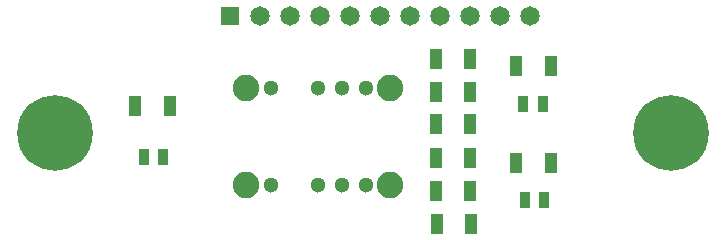
<source format=gbr>
G04 #@! TF.GenerationSoftware,KiCad,Pcbnew,(5.1.10)-1*
G04 #@! TF.CreationDate,2021-10-20T16:58:38-04:00*
G04 #@! TF.ProjectId,buttons,62757474-6f6e-4732-9e6b-696361645f70,rev?*
G04 #@! TF.SameCoordinates,Original*
G04 #@! TF.FileFunction,Soldermask,Bot*
G04 #@! TF.FilePolarity,Negative*
%FSLAX46Y46*%
G04 Gerber Fmt 4.6, Leading zero omitted, Abs format (unit mm)*
G04 Created by KiCad (PCBNEW (5.1.10)-1) date 2021-10-20 16:58:38*
%MOMM*%
%LPD*%
G01*
G04 APERTURE LIST*
%ADD10C,2.250000*%
%ADD11C,1.300000*%
%ADD12R,1.100000X1.700000*%
%ADD13C,1.650000*%
%ADD14R,1.650000X1.650000*%
%ADD15C,6.400000*%
%ADD16R,0.910000X1.390000*%
G04 APERTURE END LIST*
D10*
X123448000Y-64897000D03*
X111248000Y-64897000D03*
D11*
X121348000Y-64897000D03*
X119348000Y-64897000D03*
X117348000Y-64897000D03*
X113348000Y-64897000D03*
D10*
X123448000Y-73088500D03*
X111248000Y-73088500D03*
D11*
X121348000Y-73088500D03*
X119348000Y-73088500D03*
X117348000Y-73088500D03*
X113348000Y-73088500D03*
D12*
X134122500Y-62992000D03*
X137022500Y-62992000D03*
X134122500Y-71183500D03*
X137022500Y-71183500D03*
X101864500Y-66357500D03*
X104764500Y-66357500D03*
X130228000Y-67945000D03*
X127328000Y-67945000D03*
X130228000Y-65214500D03*
X127328000Y-65214500D03*
X130228000Y-62420500D03*
X127328000Y-62420500D03*
X130228000Y-70802500D03*
X127328000Y-70802500D03*
X130228000Y-73596500D03*
X127328000Y-73596500D03*
X130291500Y-76390500D03*
X127391500Y-76390500D03*
D13*
X135255000Y-58737500D03*
X132715000Y-58737500D03*
X130175000Y-58737500D03*
X127635000Y-58737500D03*
X125095000Y-58737500D03*
X122555000Y-58737500D03*
X120015000Y-58737500D03*
X117475000Y-58737500D03*
X114935000Y-58737500D03*
X112395000Y-58737500D03*
D14*
X109855000Y-58737500D03*
D15*
X95059500Y-68707000D03*
X147193000Y-68707000D03*
D16*
X136334500Y-66230500D03*
X134694500Y-66230500D03*
X136456000Y-74358500D03*
X134816000Y-74358500D03*
X104198000Y-70739000D03*
X102558000Y-70739000D03*
M02*

</source>
